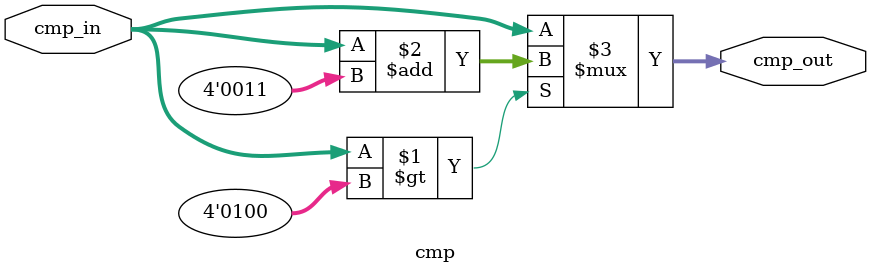
<source format=v>
module cmp(
	input			[3:0]		cmp_in,
	
	output			[3:0]		cmp_out
);

	assign	cmp_out = (cmp_in > 4'd4) ? cmp_in + 4'd3 : cmp_in;

endmodule

</source>
